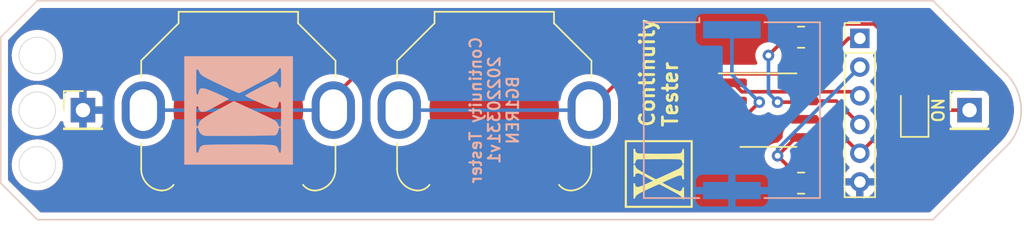
<source format=kicad_pcb>
(kicad_pcb (version 20211014) (generator pcbnew)
  (layers (0 "F.Cu" signal) (31 "B.Cu" signal) (34 "B.Paste" user) (35 "F.Paste" user) (36 "B.SilkS" user "B.Silkscreen") (37 "F.SilkS" user "F.Silkscreen") (38 "B.Mask" user) (39 "F.Mask" user) (44 "Edge.Cuts" user))
  (net 0 "")
  (net 1 "/VCC")
  (net 2 "Net-(BT1-Pad2)")
  (net 3 "GND")
  (net 4 "/BEEP")
  (net 5 "Net-(D1-Pad2)")
  (net 6 "/MISO")
  (net 7 "/MOSI")
  (net 8 "/RST")
  (net 9 "/SCK")
  (footprint "Connector_PinHeader_2.54mm:PinHeader_1x01_P2.54mm_Vertical" (layer "F.Cu") (at 180.34 99.06)
    (fp_text reference "J1" hide)
    (fp_text value "PROBE")
    (fp_line (start -1.33 1.27) (end -1.33 1.33) (layer "F.SilkS") (width 0.12))
    (fp_line (start 1.33 1.27) (end 1.33 1.33) (layer "F.SilkS") (width 0.12))
    (fp_line (start -1.33 0) (end -1.33 -1.33) (layer "F.SilkS") (width 0.12))
    (fp_line (start -1.33 1.27) (end 1.33 1.27) (layer "F.SilkS") (width 0.12))
    (fp_line (start -1.33 -1.33) (end 0 -1.33) (layer "F.SilkS") (width 0.12))
    (fp_line (start -1.33 1.33) (end 1.33 1.33) (layer "F.SilkS") (width 0.12))
    (pad "1" thru_hole rect (at 0 0) (size 1.7 1.7) (drill 1) (layers *.Cu *.Mask) (net 6 "/MISO"))
  )
  (footprint "bg1ren:BatteryHolder_LR44_THT" (layer "F.Cu") (at 129.54 99.06)
    (fp_text reference "BT2" hide)
    (fp_text value "Battery_Cell")
    (fp_line (start 4.15 -6.85) (end 4.15 -6.05) (layer "F.SilkS") (width 0.12))
    (fp_line (start 6.75 2.3) (end 6.75 4.1) (layer "F.SilkS") (width 0.12))
    (fp_line (start -6.75 -3.45) (end -4.15 -6.05) (layer "F.SilkS") (width 0.12))
    (fp_line (start -4.15 -6.05) (end -4.15 -6.85) (layer "F.SilkS") (width 0.12))
    (fp_line (start 6.75 -3.45) (end 6.75 -2.3) (layer "F.SilkS") (width 0.12))
    (fp_line (start -6.75 -2.3) (end -6.75 -3.45) (layer "F.SilkS") (width 0.12))
    (fp_line (start -6.75 2.3) (end -6.75 4.1) (layer "F.SilkS") (width 0.12))
    (fp_line (start 4.15 -6.05) (end 6.75 -3.45) (layer "F.SilkS") (width 0.12))
    (fp_line (start -4.15 -6.85) (end 4.15 -6.85) (layer "F.SilkS") (width 0.12))
    (fp_arc (start -5.3 5.6) (mid -6.346016 5.125305) (end -6.75 4.05) (layer "F.SilkS") (width 0.12))
    (fp_arc (start -4.5 5.2) (mid -4.90584 5.514615) (end -5.414615 5.58416) (layer "F.SilkS") (width 0.12))
    (fp_arc (start 6.75 4.05) (mid 6.346016 5.125305) (end 5.3 5.6) (layer "F.SilkS") (width 0.12))
    (fp_arc (start 5.414615 5.58416) (mid 4.90584 5.514615) (end 4.5 5.2) (layer "F.SilkS") (width 0.12))
    (pad "1" thru_hole oval (at 6.6 0) (size 3 4) (drill oval 1.9 2.9) (layers *.Cu *.Mask) (net 2 "Net-(BT1-Pad2)"))
    (pad "1" thru_hole oval (at -6.6 0) (size 3 4) (drill oval 1.9 2.9) (layers *.Cu *.Mask) (net 2 "Net-(BT1-Pad2)"))
    (pad "2" smd circle (at 0 0) (size 9 9) (layers "F.Cu" "F.Mask") (net 3 "GND"))
  )
  (footprint "bg1ren:BatteryHolder_LR44_THT" (layer "F.Cu") (at 147.32 99.06)
    (fp_text reference "BT1" hide)
    (fp_text value "Battery_Cell")
    (fp_line (start 6.75 2.3) (end 6.75 4.1) (layer "F.SilkS") (width 0.12))
    (fp_line (start -4.15 -6.05) (end -4.15 -6.85) (layer "F.SilkS") (width 0.12))
    (fp_line (start -6.75 2.3) (end -6.75 4.1) (layer "F.SilkS") (width 0.12))
    (fp_line (start 4.15 -6.05) (end 6.75 -3.45) (layer "F.SilkS") (width 0.12))
    (fp_line (start -4.15 -6.85) (end 4.15 -6.85) (layer "F.SilkS") (width 0.12))
    (fp_line (start -6.75 -2.3) (end -6.75 -3.45) (layer "F.SilkS") (width 0.12))
    (fp_line (start -6.75 -3.45) (end -4.15 -6.05) (layer "F.SilkS") (width 0.12))
    (fp_line (start 6.75 -3.45) (end 6.75 -2.3) (layer "F.SilkS") (width 0.12))
    (fp_line (start 4.15 -6.85) (end 4.15 -6.05) (layer "F.SilkS") (width 0.12))
    (fp_arc (start 6.75 4.05) (mid 6.346016 5.125305) (end 5.3 5.6) (layer "F.SilkS") (width 0.12))
    (fp_arc (start -4.5 5.2) (mid -4.90584 5.514615) (end -5.414615 5.58416) (layer "F.SilkS") (width 0.12))
    (fp_arc (start -5.3 5.6) (mid -6.346016 5.125305) (end -6.75 4.05) (layer "F.SilkS") (width 0.12))
    (fp_arc (start 5.414615 5.58416) (mid 4.90584 5.514615) (end 4.5 5.2) (layer "F.SilkS") (width 0.12))
    (pad "1" thru_hole oval (at 6.6 0) (size 3 4) (drill oval 1.9 2.9) (layers *.Cu *.Mask) (net 1 "/VCC"))
    (pad "1" thru_hole oval (at -6.6 0) (size 3 4) (drill oval 1.9 2.9) (layers *.Cu *.Mask) (net 1 "/VCC"))
    (pad "2" smd circle (at 0 0) (size 9 9) (layers "F.Cu" "F.Mask") (net 2 "Net-(BT1-Pad2)"))
  )
  (footprint "Connector_PinHeader_2.54mm:PinHeader_1x01_P2.54mm_Vertical" (layer "F.Cu") (at 118.745 99.06)
    (fp_text reference "J3" hide)
    (fp_text value "GND")
    (fp_line (start -1.33 1.27) (end 1.33 1.27) (layer "F.SilkS") (width 0.12))
    (fp_line (start -1.33 1.27) (end -1.33 1.33) (layer "F.SilkS") (width 0.12))
    (fp_line (start -1.33 1.33) (end 1.33 1.33) (layer "F.SilkS") (width 0.12))
    (fp_line (start 1.33 1.27) (end 1.33 1.33) (layer "F.SilkS") (width 0.12))
    (fp_line (start -1.33 -1.33) (end 0 -1.33) (layer "F.SilkS") (width 0.12))
    (fp_line (start -1.33 0) (end -1.33 -1.33) (layer "F.SilkS") (width 0.12))
    (pad "1" thru_hole rect (at 0 0) (size 1.7 1.7) (drill 1) (layers *.Cu *.Mask) (net 3 "GND"))
  )
  (footprint "Resistor_SMD:R_0805_2012Metric_Pad1.20x1.40mm_HandSolder" (layer "F.Cu") (at 168.64 104.14 180)
    (fp_text reference "R2" hide)
    (fp_text value "51")
    (fp_line (start -0.227064 0.735) (end 0.227064 0.735) (layer "F.SilkS") (width 0.12))
    (fp_line (start -0.227064 -0.735) (end 0.227064 -0.735) (layer "F.SilkS") (width 0.12))
    (pad "1" smd roundrect (at -1 0 180) (size 1.2 1.4) (layers "F.Cu" "F.Paste" "F.Mask") (roundrect_rratio 0.208333) (net 3 "GND"))
    (pad "2" smd roundrect (at 1 0 180) (size 1.2 1.4) (layers "F.Cu" "F.Paste" "F.Mask") (roundrect_rratio 0.208333) (net 7 "/MOSI"))
  )
  (footprint "Resistor_SMD:R_0805_2012Metric_Pad1.20x1.40mm_HandSolder" (layer "F.Cu") (at 168.64 93.98 180)
    (fp_text reference "R1" hide)
    (fp_text value "2.7K")
    (fp_line (start -0.227064 -0.735) (end 0.227064 -0.735) (layer "F.SilkS") (width 0.12))
    (fp_line (start -0.227064 0.735) (end 0.227064 0.735) (layer "F.SilkS") (width 0.12))
    (pad "1" smd roundrect (at -1 0 180) (size 1.2 1.4) (layers "F.Cu" "F.Paste" "F.Mask") (roundrect_rratio 0.208333) (net 5 "Net-(D1-Pad2)"))
    (pad "2" smd roundrect (at 1 0 180) (size 1.2 1.4) (layers "F.Cu" "F.Paste" "F.Mask") (roundrect_rratio 0.208333) (net 9 "/SCK"))
  )
  (footprint "Connector_PinHeader_2.00mm:PinHeader_1x06_P2.00mm_Vertical" (layer "F.Cu") (at 172.72 94.06)
    (fp_text reference "J2" hide)
    (fp_text value "ICSP")
    (fp_line (start -1.06 1) (end -1.06 11.06) (layer "F.SilkS") (width 0.12))
    (fp_line (start 1.06 1) (end 1.06 11.06) (layer "F.SilkS") (width 0.12))
    (fp_line (start -1.06 1) (end 1.06 1) (layer "F.SilkS") (width 0.12))
    (fp_line (start -1.06 0) (end -1.06 -1.06) (layer "F.SilkS") (width 0.12))
    (fp_line (start -1.06 11.06) (end 1.06 11.06) (layer "F.SilkS") (width 0.12))
    (fp_line (start -1.06 -1.06) (end 0 -1.06) (layer "F.SilkS") (width 0.12))
    (pad "1" thru_hole rect (at 0 0) (size 1.35 1.35) (drill 0.8) (layers *.Cu *.Mask) (net 1 "/VCC"))
    (pad "2" thru_hole oval (at 0 2) (size 1.35 1.35) (drill 0.8) (layers *.Cu *.Mask) (net 7 "/MOSI"))
    (pad "3" thru_hole oval (at 0 4) (size 1.35 1.35) (drill 0.8) (layers *.Cu *.Mask) (net 8 "/RST"))
    (pad "4" thru_hole oval (at 0 6) (size 1.35 1.35) (drill 0.8) (layers *.Cu *.Mask) (net 9 "/SCK"))
    (pad "5" thru_hole oval (at 0 8) (size 1.35 1.35) (drill 0.8) (layers *.Cu *.Mask) (net 6 "/MISO"))
    (pad "6" thru_hole oval (at 0 10) (size 1.35 1.35) (drill 0.8) (layers *.Cu *.Mask) (net 3 "GND"))
  )
  (footprint "xi:xi-logo-c-05_05" (layer "F.Cu") (at 158.75 103.505 90)
    (fp_text reference "G***" hide)
    (fp_text value "LOGO" hide)
    (fp_poly (pts (xy -0.646546 -1.697182) (xy -0.652854 -1.657688) (xy -0.680917 -1.641867) (xy -0.724806 -1.639455) (xy -0.79692 -1.626209) (xy -0.857578 -1.595307) (xy -0.889831 -1.561096) (xy -0.908138 -1.518194) (xy -0.911398 -1.461786) (xy -0.898511 -1.387058) (xy -0.868375 -1.289197) (xy -0.819888 -1.163389) (xy -0.75195 -1.00482) (xy -0.691892 -0.871006) (xy -0.630272 -0.735576) (xy -0.575288 -0.615118) (xy -0.529722 -0.515694) (xy -0.496357 -0.443369) (xy -0.477974 -0.404206) (xy -0.475304 -0.398982) (xy -0.463255 -0.416052) (xy -0.433481 -0.467138) (xy -0.389687 -0.545344) (xy -0.335579 -0.643778) (xy -0.274861 -0.755546) (xy -0.211241 -0.873753) (xy -0.148421 -0.991508) (xy -0.090109 -1.101915) (xy -0.040009 -1.198082) (xy -0.001827 -1.273114) (xy 0.020732 -1.320118) (xy 0.0239 -1.327727) (xy 0.049995 -1.436204) (xy 0.042922 -1.527546) (xy 0.005348 -1.595424) (xy -0.060056 -1.633505) (xy -0.107488 -1.639455) (xy -0.160581 -1.644255) (xy -0.181658 -1.665507) (xy -0.184727 -1.697182) (xy -0.184727 -1.754909) (xy 0.646545 -1.754909) (xy 0.646545 -1.700133) (xy 0.638562 -1.6622) (xy 0.606244 -1.641473) (xy 0.559229 -1.631395) (xy 0.480654 -1.603458) (xy 0.402163 -1.542497) (xy 0.319353 -1.444366) (xy 0.248879 -1.339273) (xy 0.215108 -1.282516) (xy 0.16666 -1.197548) (xy 0.106972 -1.090728) (xy 0.039482 -0.968412) (xy -0.032375 -0.836958) (xy -0.105161 -0.702724) (xy -0.175441 -0.572068) (xy -0.239777 -0.451347) (xy -0.294732 -0.346918) (xy -0.336871 -0.26514) (xy -0.362757 -0.21237) (xy -0.369455 -0.195376) (xy -0.360122 -0.170725) (xy -0.333871 -0.109939) (xy -0.293325 -0.018728) (xy -0.241106 0.0972) (xy -0.179838 0.232134) (xy -0.112143 0.380366) (xy -0.040643 0.536185) (xy 0.032038 0.693884) (xy 0.103279 0.847751) (xy 0.170456 0.992079) (xy 0.230946 1.121157) (xy 0.282128 1.229277) (xy 0.321378 1.310728) (xy 0.335509 1.339273) (xy 0.400581 1.455052) (xy 0.465149 1.53635) (xy 0.539134 1.593672) (xy 0.607963 1.627748) (xy 0.669756 1.662383) (xy 0.688826 1.698004) (xy 0.688163 1.703896) (xy 0.682001 1.716702) (xy 0.66535 1.726575) (xy 0.632638 1.733992) (xy 0.578294 1.73943) (xy 0.496745 1.743368) (xy 0.38242 1.746283) (xy 0.229747 1.748654) (xy 0.15556 1.74957) (xy -0.369455 1.755776) (xy -0.369455 1.697615) (xy -0.359815 1.653183) (xy -0.322994 1.639614) (xy -0.315173 1.639454) (xy -0.254118 1.631729) (xy -0.188034 1.614056) (xy -0.128149 1.577911) (xy -0.100246 1.519338) (xy -0.103161 1.433375) (xy -0.12528 1.346642) (xy -0.145372 1.291503) (xy -0.180853 1.202683) (xy -0.228093 1.088583) (xy -0.283464 0.957606) (xy -0.343337 0.818155) (xy -0.404083 0.678632) (xy -0.462075 0.547441) (xy -0.513682 0.432984) (xy -0.555276 0.343663) (xy -0.579523 0.294774) (xy -0.589759 0.277219) (xy -0.600366 0.268556) (xy -0.613896 0.272777) (xy -0.632901 0.293876) (xy -0.659932 0.335843) (xy -0.697541 0.402671) (xy -0.74828 0.498352) (xy -0.8147 0.626879) (xy -0.899353 0.792242) (xy -0.906772 0.806758) (xy -1.004698 1.001059) (xy -1.083907 1.164012) (xy -1.14346 1.293551) (xy -1.182417 1.387608) (xy -1.199837 1.444118) (xy -1.200727 1.452939) (xy -1.179457 1.533485) (xy -1.121766 1.596302) (xy -1.045451 1.62925) (xy -0.97483 1.646464) (xy -0.938477 1.662783) (xy -0.925198 1.685444) (xy -0.923636 1.708002) (xy -0.925469 1.724674) (xy -0.935147 1.736843) (xy -0.958947 1.745215) (xy -1.00314 1.7505) (xy -1.074002 1.753405) (xy -1.177805 1.754638) (xy -1.320824 1.754908) (xy -1.339273 1.754909) (xy -1.754909 1.754909) (xy -1.754909 1.700068) (xy -1.742807 1.656354) (xy -1.69867 1.634173) (xy -1.688578 1.631961) (xy -1.622302 1.604733) (xy -1.554624 1.546991) (xy -1.48183 1.454562) (xy -1.400208 1.323272) (xy -1.376347 1.28093) (xy -1.284066 1.113693) (xy -1.190394 0.942642) (xy -1.097984 0.772745) (xy -1.00949 0.608965) (xy -0.927568 0.456269) (xy -0.854871 0.319621) (xy -0.794053 0.203988) (xy -0.74777 0.114335) (xy -0.718676 0.055626) (xy -0.709373 0.033244) (xy -0.718216 0.005962) (xy -0.743681 -0.056921) (xy -0.783043 -0.149072) (xy -0.833574 -0.264159) (xy -0.892549 -0.39585) (xy -0.923107 -0.463211) (xy -1.039431 -0.716768) (xy -1.139846 -0.931037) (xy -1.22634 -1.109303) (xy -1.300904 -1.254852) (xy -1.365529 -1.370966) (xy -1.422203 -1.46093) (xy -1.472919 -1.52803) (xy -1.519665 -1.575548) (xy -1.564432 -1.60677) (xy -1.609209 -1.62498) (xy -1.630006 -1.629826) (xy -1.685081 -1.646742) (xy -1.706606 -1.676419) (xy -1.708727 -1.699752) (xy -1.708727 -1.754909) (xy -0.646546 -1.754909) (xy -0.646546 -1.697182)) (layer "F.SilkS") (width 0.01) (fill solid))
    (fp_poly (pts (xy 1.754909 -1.700222) (xy 1.747839 -1.6637) (xy 1.718333 -1.643955) (xy 1.661666 -1.633029) (xy 1.558511 -1.608198) (xy 1.49039 -1.561555) (xy 1.448268 -1.485108) (xy 1.43373 -1.431339) (xy 1.428883 -1.385321) (xy 1.424554 -1.298313) (xy 1.420749 -1.175507) (xy 1.417476 -1.022091) (xy 1.41474 -0.843257) (xy 1.41255 -0.644194) (xy 1.410911 -0.430091) (xy 1.40983 -0.20614) (xy 1.409315 0.022469) (xy 1.409373 0.250548) (xy 1.410009 0.472906) (xy 1.411232 0.684352) (xy 1.413047 0.879697) (xy 1.415462 1.053751) (xy 1.418483 1.201323) (xy 1.422118 1.317224) (xy 1.426373 1.396264) (xy 1.429955 1.428124) (xy 1.45511 1.514388) (xy 1.497446 1.570936) (xy 1.567987 1.608667) (xy 1.631834 1.62767) (xy 1.704242 1.651205) (xy 1.740807 1.67888) (xy 1.750742 1.705388) (xy 1.752122 1.721337) (xy 1.747191 1.733431) (xy 1.730418 1.742204) (xy 1.69627 1.748188) (xy 1.639215 1.751918) (xy 1.553719 1.753925) (xy 1.434251 1.754744) (xy 1.275277 1.754908) (xy 1.236969 1.754909) (xy 0.715818 1.754909) (xy 0.715818 1.697182) (xy 0.726725 1.651826) (xy 0.761533 1.639454) (xy 0.811417 1.631056) (xy 0.879522 1.610132) (xy 0.899878 1.602391) (xy 0.966054 1.567448) (xy 1.00283 1.520355) (xy 1.017076 1.481163) (xy 1.02286 1.43798) (xy 1.027599 1.351388) (xy 1.031299 1.220983) (xy 1.033962 1.046366) (xy 1.035595 0.827133) (xy 1.036201 0.562884) (xy 1.035785 0.253215) (xy 1.034593 -0.053965) (xy 1.027545 -1.50493) (xy 0.962853 -1.560564) (xy 0.895138 -1.601963) (xy 0.815643 -1.629203) (xy 0.80699 -1.630778) (xy 0.747026 -1.644918) (xy 0.720823 -1.667737) (xy 0.715818 -1.700133) (xy 0.715818 -1.754909) (xy 1.754909 -1.754909) (xy 1.754909 -1.700222)) (layer "F.SilkS") (width 0.01) (fill solid))
    (fp_poly (pts (xy 2.355273 2.355273) (xy -2.355273 2.355273) (xy -2.355273 -2.216727) (xy -2.216727 -2.216727) (xy -2.216727 2.216727) (xy 2.216727 2.216727) (xy 2.216727 -2.216727) (xy -2.216727 -2.216727) (xy -2.355273 -2.216727) (xy -2.355273 -2.355273) (xy 2.355273 -2.355273) (xy 2.355273 2.355273)) (layer "F.SilkS") (width 0.01) (fill solid))
  )
  (footprint "Package_SO:SOIC-8_3.9x4.9mm_P1.27mm" (layer "F.Cu") (at 166.37 99.06)
    (fp_text reference "U1" hide)
    (fp_text value "ATtiny13A-SS")
    (fp_line (start 0 -2.56) (end 1.95 -2.56) (layer "F.SilkS") (width 0.12))
    (fp_line (start 0 -2.56) (end -3.45 -2.56) (layer "F.SilkS") (width 0.12))
    (fp_line (start 0 2.56) (end 1.95 2.56) (layer "F.SilkS") (width 0.12))
    (fp_line (start 0 2.56) (end -1.95 2.56) (layer "F.SilkS") (width 0.12))
    (pad "1" smd roundrect (at -2.475 -1.905) (size 1.95 0.6) (layers "F.Cu" "F.Paste" "F.Mask") (net 8 "/RST"))
    (pad "2" smd roundrect (at -2.475 -0.635) (size 1.95 0.6) (layers "F.Cu" "F.Paste" "F.Mask"))
    (pad "3" smd roundrect (at -2.475 0.635) (size 1.95 0.6) (layers "F.Cu" "F.Paste" "F.Mask") (net 4 "/BEEP"))
    (pad "4" smd roundrect (at -2.475 1.905) (size 1.95 0.6) (layers "F.Cu" "F.Paste" "F.Mask") (net 3 "GND"))
    (pad "5" smd roundrect (at 2.475 1.905) (size 1.95 0.6) (layers "F.Cu" "F.Paste" "F.Mask") (net 7 "/MOSI"))
    (pad "6" smd roundrect (at 2.475 0.635) (size 1.95 0.6) (layers "F.Cu" "F.Paste" "F.Mask") (net 6 "/MISO"))
    (pad "7" smd roundrect (at 2.475 -0.635) (size 1.95 0.6) (layers "F.Cu" "F.Paste" "F.Mask") (net 9 "/SCK"))
    (pad "8" smd roundrect (at 2.475 -1.905) (size 1.95 0.6) (layers "F.Cu" "F.Paste" "F.Mask") (net 1 "/VCC"))
  )
  (footprint "LED_SMD:LED_0805_2012Metric_Pad1.15x1.40mm_HandSolder" (layer "F.Cu") (at 176.53 99.06 90)
    (fp_text reference "D1" hide)
    (fp_text value "ON" (at 0 1.65 90) (layer "F.SilkS") (effects (font (size 0.8 0.8))))
    (fp_line (start 1 -0.96) (end -1.86 -0.96) (layer "F.SilkS") (width 0.12))
    (fp_line (start -1.86 0.96) (end 1 0.96) (layer "F.SilkS") (width 0.12))
    (fp_line (start -1.86 -0.96) (end -1.86 0.96) (layer "F.SilkS") (width 0.12))
    (pad "1" smd roundrect (at -1.025 0 90) (size 1.15 1.4) (layers "F.Cu" "F.Paste" "F.Mask") (roundrect_rratio 0.217391) (net 3 "GND"))
    (pad "2" smd roundrect (at 1.025 0 90) (size 1.15 1.4) (layers "F.Cu" "F.Paste" "F.Mask") (roundrect_rratio 0.217391) (net 5 "Net-(D1-Pad2)"))
  )
  (footprint "xi:xi-logo-c-inverted-08_08" (layer "B.Cu") (at 129.54 99.06 -90)
    (fp_text reference "G***" hide)
    (fp_text value "LOGO" hide)
    (fp_poly (pts (xy 3.790462 -3.790462) (xy -3.751384 -3.790462) (xy -3.751384 -2.901419) (xy -2.930769 -2.901419) (xy -2.92497 -2.926142) (xy -2.900488 -2.944108) (xy -2.846701 -2.95638) (xy -2.752985 -2.964021) (xy -2.608714 -2.968095) (xy -2.403266 -2.969665) (xy -2.246923 -2.969846) (xy -2.000544 -2.969378) (xy -1.821596 -2.967203) (xy -1.699362 -2.962163) (xy -1.62312 -2.953101) (xy -1.582151 -2.938861) (xy -1.565735 -2.918286) (xy -1.563077 -2.896041) (xy -1.589852 -2.836602) (xy -1.678876 -2.800782) (xy -1.697058 -2.797101) (xy -1.862238 -2.741293) (xy -1.962024 -2.645654) (xy -2.000734 -2.505684) (xy -2.001544 -2.479814) (xy -1.994209 -2.415293) (xy -1.969243 -2.327592) (xy -1.923076 -2.208539) (xy -1.852141 -2.049963) (xy -1.752865 -1.843693) (xy -1.62168 -1.581556) (xy -1.533485 -1.40836) (xy -1.40652 -1.162659) (xy -1.289363 -0.940749) (xy -1.187133 -0.751942) (xy -1.104946 -0.605549) (xy -1.047921 -0.510883) (xy -1.021792 -0.477367) (xy -0.995892 -0.491124) (xy -0.955089 -0.548321) (xy -0.897111 -0.653638) (xy -0.819683 -0.811759) (xy -0.720535 -1.027365) (xy -0.597393 -1.305138) (xy -0.447985 -1.649759) (xy -0.411414 -1.734897) (xy -0.289722 -2.028473) (xy -0.20506 -2.260801) (xy -0.157568 -2.439531) (xy -0.147386 -2.572315) (xy -0.174653 -2.666803) (xy -0.239509 -2.730646) (xy -0.342093 -2.771496) (xy -0.430663 -2.789598) (xy -0.535532 -2.815739) (xy -0.580439 -2.85707) (xy -0.586154 -2.892154) (xy -0.583252 -2.917225) (xy -0.568217 -2.93623) (xy -0.531551 -2.950006) (xy -0.463759 -2.959395) (xy -0.355342 -2.965233) (xy -0.196805 -2.968362) (xy 0.021349 -2.96962) (xy 0.293077 -2.969846) (xy 0.577148 -2.96952) (xy 0.792528 -2.968018) (xy 0.948681 -2.964557) (xy 1.055066 -2.958353) (xy 1.121148 -2.948622) (xy 1.156389 -2.934579) (xy 1.17025 -2.915442) (xy 1.172308 -2.897001) (xy 1.13985 -2.834027) (xy 1.037987 -2.773913) (xy 0.995398 -2.756594) (xy 0.81702 -2.652569) (xy 0.723973 -2.549939) (xy 0.686499 -2.483564) (xy 0.620783 -2.354874) (xy 0.531055 -2.172645) (xy 0.421544 -1.94565) (xy 0.29648 -1.682664) (xy 0.160092 -1.392462) (xy 0.01661 -1.083818) (xy 0.00103 -1.050102) (xy -0.627397 0.310643) (xy -0.113365 1.259244) (xy 0.081318 1.616334) (xy 0.245025 1.910325) (xy 0.38251 2.147628) (xy 0.498526 2.334653) (xy 0.597823 2.47781) (xy 0.685157 2.583511) (xy 0.765278 2.658164) (xy 0.842941 2.708181) (xy 0.922897 2.739973) (xy 0.997612 2.757717) (xy 1.097042 2.790739) (xy 1.132581 2.845361) (xy 1.133179 2.85605) (xy 1.211385 2.85605) (xy 1.231259 2.802912) (xy 1.3022 2.768996) (xy 1.375442 2.753614) (xy 1.558246 2.687227) (xy 1.69175 2.562625) (xy 1.768165 2.38781) (xy 1.776867 2.341199) (xy 1.782306 2.263665) (xy 1.786622 2.119248) (xy 1.789871 1.916183) (xy 1.792107 1.662705) (xy 1.793385 1.367049) (xy 1.79376 1.037449) (xy 1.793287 0.68214) (xy 1.792021 0.309357) (xy 1.790017 -0.072666) (xy 1.78733 -0.455693) (xy 1.784015 -0.831491) (xy 1.780126 -1.191823) (xy 1.77572 -1.528456) (xy 1.77085 -1.833155) (xy 1.765571 -2.097685) (xy 1.75994 -2.313812) (xy 1.75401 -2.4733) (xy 1.747836 -2.567914) (xy 1.743957 -2.590292) (xy 1.664711 -2.675681) (xy 1.525797 -2.747824) (xy 1.356573 -2.794999) (xy 1.253443 -2.826767) (xy 1.213334 -2.87655) (xy 1.211385 -2.896041) (xy 1.215099 -2.91988) (xy 1.232556 -2.937952) (xy 1.273228 -2.951055) (xy 1.346585 -2.959982) (xy 1.462098 -2.965529) (xy 1.62924 -2.968491) (xy 1.85748 -2.969663) (xy 2.090616 -2.969846) (xy 2.374923 -2.969487) (xy 2.590516 -2.967903) (xy 2.746832 -2.964335) (xy 2.853309 -2.958022) (xy 2.919385 -2.948206) (xy 2.954498 -2.934126) (xy 2.968086 -2.915024) (xy 2.969846 -2.89908) (xy 2.945682 -2.847208) (xy 2.864566 -2.804775) (xy 2.778092 -2.779168) (xy 2.651691 -2.735689) (xy 2.549754 -2.681458) (xy 2.519256 -2.655898) (xy 2.490402 -2.610183) (xy 2.465635 -2.538111) (xy 2.444731 -2.434629) (xy 2.42747 -2.294683) (xy 2.413631 -2.11322) (xy 2.402991 -1.885185) (xy 2.395328 -1.605525) (xy 2.390422 -1.269186) (xy 2.388051 -0.871114) (xy 2.387994 -0.406255) (xy 2.390027 0.130443) (xy 2.39082 0.273538) (xy 2.393599 0.735955) (xy 2.396282 1.126733) (xy 2.399134 1.452388) (xy 2.402423 1.719435) (xy 2.406415 1.934387) (xy 2.411375 2.103761) (xy 2.417572 2.234071) (xy 2.42527 2.331831) (xy 2.434736 2.403557) (xy 2.446238 2.455762) (xy 2.46004 2.494964) (xy 2.476411 2.527674) (xy 2.483502 2.54) (xy 2.552245 2.631575) (xy 2.643645 2.690497) (xy 2.766809 2.731268) (xy 2.893593 2.773116) (xy 2.956382 2.816714) (xy 2.969846 2.858268) (xy 2.965824 2.881696) (xy 2.947453 2.899458) (xy 2.905273 2.912336) (xy 2.829826 2.92111) (xy 2.711653 2.926559) (xy 2.541295 2.929463) (xy 2.309295 2.930603) (xy 2.090616 2.930769) (xy 1.806708 2.930471) (xy 1.591475 2.929039) (xy 1.435437 2.925668) (xy 1.329116 2.919552) (xy 1.263034 2.909887) (xy 1.227711 2.895865) (xy 1.213669 2.876683) (xy 1.211385 2.85605) (xy 1.133179 2.85605) (xy 1.133231 2.856964) (xy 1.128971 2.883234) (xy 1.109143 2.902412) (xy 1.063174 2.915609) (xy 0.980491 2.923934) (xy 0.850524 2.928496) (xy 0.662698 2.930404) (xy 0.429846 2.930769) (xy 0.179788 2.930399) (xy -0.002728 2.928503) (xy -0.128312 2.923901) (xy -0.207573 2.915415) (xy -0.251123 2.901866) (xy -0.269572 2.882075) (xy -0.27353 2.854864) (xy -0.273538 2.852615) (xy -0.24634 2.787713) (xy -0.192816 2.774461) (xy -0.081496 2.751634) (xy 0.0283 2.696491) (xy 0.087325 2.641611) (xy 0.111829 2.555754) (xy 0.11351 2.429147) (xy 0.093282 2.295505) (xy 0.076411 2.239698) (xy 0.045348 2.171245) (xy -0.014323 2.05254) (xy -0.096188 1.895356) (xy -0.19383 1.711468) (xy -0.300835 1.512651) (xy -0.410788 1.310679) (xy -0.517273 1.117327) (xy -0.613877 0.94437) (xy -0.694183 0.803581) (xy -0.751777 0.706735) (xy -0.780244 0.665608) (xy -0.781538 0.664967) (xy -0.802619 0.69912) (xy -0.850653 0.794351) (xy -0.920732 0.940374) (xy -1.007952 1.126901) (xy -1.107405 1.343645) (xy -1.149608 1.436709) (xy -1.296598 1.769787) (xy -1.406795 2.040869) (xy -1.480714 2.256633) (xy -1.51887 2.423757) (xy -1.521777 2.548919) (xy -1.489951 2.638798) (xy -1.423907 2.700071) (xy -1.324159 2.739416) (xy -1.251236 2.754792) (xy -1.144534 2.782721) (xy -1.099119 2.825418) (xy -1.094154 2.85605) (xy -1.097664 2.880177) (xy -1.114513 2.898468) (xy -1.154179 2.911729) (xy -1.226142 2.920764) (xy -1.33988 2.92638) (xy -1.504873 2.929382) (xy -1.730597 2.930575) (xy -1.973384 2.930769) (xy -2.257741 2.930404) (xy -2.473378 2.928805) (xy -2.629728 2.925216) (xy -2.736223 2.918883) (xy -2.802297 2.90905) (xy -2.837383 2.894963) (xy -2.850912 2.875865) (xy -2.852615 2.860371) (xy -2.814623 2.795274) (xy -2.69994 2.726224) (xy -2.662227 2.709536) (xy -2.556904 2.657706) (xy -2.475641 2.593808) (xy -2.398803 2.498193) (xy -2.31056 2.357626) (xy -2.258347 2.261873) (xy -2.179461 2.10711) (xy -2.079648 1.90544) (xy -1.964653 1.668965) (xy -1.840224 1.409788) (xy -1.712105 1.140012) (xy -1.586042 0.871739) (xy -1.467783 0.617073) (xy -1.363072 0.388115) (xy -1.277656 0.196969) (xy -1.217281 0.055737) (xy -1.214808 0.049673) (xy -1.20085 0.010757) (xy -1.194954 -0.029114) (xy -1.200745 -0.078438) (xy -1.221851 -0.145715) (xy -1.261896 -0.239444) (xy -1.324508 -0.368122) (xy -1.413314 -0.54025) (xy -1.531938 -0.764326) (xy -1.68167 -1.044481) (xy -1.885617 -1.424283) (xy -2.057444 -1.740939) (xy -2.201081 -2.000647) (xy -2.320455 -2.209605) (xy -2.419495 -2.374012) (xy -2.502127 -2.500066) (xy -2.572281 -2.593965) (xy -2.633884 -2.661908) (xy -2.690864 -2.710093) (xy -2.74715 -2.744718) (xy -2.764692 -2.753486) (xy -2.875862 -2.821416) (xy -2.928422 -2.886875) (xy -2.930769 -2.901419) (xy -3.751384 -2.901419) (xy -3.751384 3.751384) (xy 3.790462 3.751384) (xy 3.790462 -3.790462)) (layer "B.SilkS") (width 0.01) (fill solid))
  )
  (footprint "Buzzer_Beeper:Buzzer_Murata_PKLCS1212E" (layer "B.Cu") (at 163.83 99.06 -90)
    (fp_text reference "BZ1" hide)
    (fp_text value "Buzzer")
    (fp_line (start -6.12 2.26) (end -6.42 2.26) (layer "B.SilkS") (width 0.12))
    (fp_line (start 6.12 -2.26) (end 6.12 -6.12) (layer "B.SilkS") (width 0.12))
    (fp_line (start -6.12 2.26) (end -6.12 6.12) (layer "B.SilkS") (width 0.12))
    (fp_line (start -6.12 -6.12) (end -6.12 -2.26) (layer "B.SilkS") (width 0.12))
    (fp_line (start 6.12 -6.12) (end -6.12 -6.12) (layer "B.SilkS") (width 0.12))
    (fp_line (start 6.12 6.12) (end 6.12 2.26) (layer "B.SilkS") (width 0.12))
    (fp_line (start -6.12 6.12) (end 6.12 6.12) (layer "B.SilkS") (width 0.12))
    (pad "1" smd rect (at -5.6 0 270) (size 1.2 4) (layers "B.Cu" "B.Paste" "B.Mask") (net 4 "/BEEP"))
    (pad "2" smd rect (at 5.6 0 270) (size 1.2 4) (layers "B.Cu" "B.Paste" "B.Mask") (net 3 "GND"))
  )
  (gr_arc (start 182.88 96.52) (mid 183.932102 99.06) (end 182.88 101.6) (layer "B.SilkS") (width 0.1))
  (gr_line (start 177.8 91.44) (end 182.88 96.52) (layer "B.SilkS") (width 0.1))
  (gr_line (start 113.03 104.14) (end 113.03 93.98) (layer "B.SilkS") (width 0.1))
  (gr_line (start 177.8 106.68) (end 115.57 106.68) (layer "B.SilkS") (width 0.1))
  (gr_line (start 115.57 106.68) (end 113.03 104.14) (layer "B.SilkS") (width 0.1))
  (gr_line (start 182.88 101.6) (end 177.8 106.68) (layer "B.SilkS") (width 0.1))
  (gr_line (start 113.03 93.98) (end 115.57 91.44) (layer "B.SilkS") (width 0.1))
  (gr_line (start 115.57 91.44) (end 177.8 91.44) (layer "B.SilkS") (width 0.1))
  (gr_circle (center 115.57 99.06) (end 116.84 99.06) (layer "Edge.Cuts") (width 0.05) (fill none))
  (gr_line (start 115.57 106.68) (end 113.03 104.14) (layer "Edge.Cuts") (width 0.05))
  (gr_circle (center 115.57 102.87) (end 116.84 102.87) (layer "Edge.Cuts") (width 0.05) (fill none))
  (gr_line (start 113.03 104.14) (end 113.03 93.98) (layer "Edge.Cuts") (width 0.05))
  (gr_line (start 113.03 93.98) (end 115.57 91.44) (layer "Edge.Cuts") (width 0.05))
  (gr_line (start 115.57 91.44) (end 177.8 91.44) (layer "Edge.Cuts") (width 0.05))
  (gr_arc (start 182.88 96.52) (mid 183.932102 99.06) (end 182.88 101.6) (layer "Edge.Cuts") (width 0.05))
  (gr_line (start 177.8 91.44) (end 182.88 96.52) (layer "Edge.Cuts") (width 0.05))
  (gr_line (start 177.8 106.68) (end 115.57 106.68) (layer "Edge.Cuts") (width 0.05))
  (gr_circle (center 115.57 95.25) (end 116.84 95.25) (layer "Edge.Cuts") (width 0.05) (fill none))
  (gr_line (start 182.88 101.6) (end 177.8 106.68) (layer "Edge.Cuts") (width 0.05))
  (gr_text "Continuity Tester\n20220331v1\nBG1REN" (at 147.32 99.06 90) (layer "B.SilkS") (effects (font (size 0.8 0.8)) (justify mirror)))
  (gr_text "Continuity\nTester" (at 158.75 100.33 90) (layer "F.SilkS") (effects (font (size 1 1) (thickness 0.2)) (justify left)))
  (segment (start 172.72 94.06) (end 171.94 94.06) (width 0.25) (layer "F.Cu") (net 1))
  (segment (start 171.94 94.06) (end 168.845 97.155) (width 0.25) (layer "F.Cu") (net 1))
  (segment (start 156.44952 96.53048) (end 153.92 99.06) (width 0.25) (layer "F.Cu") (net 1))
  (segment (start 168.22048 96.53048) (end 156.44952 96.53048) (width 0.25) (layer "F.Cu") (net 1))
  (segment (start 168.845 97.155) (end 168.22048 96.53048) (width 0.25) (layer "F.Cu") (net 1))
  (segment (start 153.92 99.06) (end 140.72 99.06) (width 0.25) (layer "B.Cu") (net 1))
  (segment (start 136.14 98.175) (end 139.7 94.615) (width 0.25) (layer "F.Cu") (net 2))
  (segment (start 136.14 99.06) (end 136.14 98.175) (width 0.25) (layer "F.Cu") (net 2))
  (segment (start 139.7 94.615) (end 142.875 94.615) (width 0.25) (layer "F.Cu") (net 2))
  (segment (start 142.875 94.615) (end 147.32 99.06) (width 0.25) (layer "F.Cu") (net 2))
  (segment (start 136.14 99.06) (end 122.94 99.06) (width 0.25) (layer "B.Cu") (net 2))
  (segment (start 164.54402 99.695) (end 163.895 99.695) (width 0.25) (layer "F.Cu") (net 4))
  (segment (start 165.735 98.50402) (end 164.54402 99.695) (width 0.25) (layer "F.Cu") (net 4))
  (via (at 165.735 98.50402) (size 0.8) (drill 0.4) (layers "F.Cu" "B.Cu") (net 4))
  (segment (start 163.83 93.46) (end 163.83 96.59902) (width 0.25) (layer "B.Cu") (net 4))
  (segment (start 163.83 96.59902) (end 165.735 98.50402) (width 0.25) (layer "B.Cu") (net 4))
  (segment (start 176.53 98.035) (end 176.53 95.870978) (width 0.25) (layer "F.Cu") (net 5))
  (segment (start 173.719511 93.060489) (end 170.559511 93.060489) (width 0.25) (layer "F.Cu") (net 5))
  (segment (start 176.53 95.870978) (end 173.719511 93.060489) (width 0.25) (layer "F.Cu") (net 5))
  (segment (start 170.559511 93.060489) (end 169.64 93.98) (width 0.25) (layer "F.Cu") (net 5))
  (segment (start 168.845 99.695) (end 170.355 99.695) (width 0.25) (layer "F.Cu") (net 6))
  (segment (start 170.355 99.695) (end 172.72 102.06) (width 0.25) (layer "F.Cu") (net 6))
  (segment (start 180.34 99.06) (end 175.72 99.06) (width 0.25) (layer "F.Cu") (net 6))
  (segment (start 175.72 99.06) (end 172.72 102.06) (width 0.25) (layer "F.Cu") (net 6))
  (segment (start 168.845 100.965) (end 168.275 100.965) (width 0.25) (layer "F.Cu") (net 7))
  (segment (start 167.64 104.14) (end 167.64 102.87) (width 0.25) (layer "F.Cu") (net 7))
  (segment (start 167.64 102.87) (end 167.005 102.235) (width 0.25) (layer "F.Cu") (net 7))
  (segment (start 168.275 100.965) (end 167.005 102.235) (width 0.25) (layer "F.Cu") (net 7))
  (via (at 167.005 102.235) (size 0.8) (drill 0.4) (layers "F.Cu" "B.Cu") (net 7))
  (segment (start 167.005 102.235) (end 167.005 101.775) (width 0.25) (layer "B.Cu") (net 7))
  (segment (start 167.005 101.775) (end 172.72 96.06) (width 0.25) (layer "B.Cu") (net 7))
  (segment (start 172.43952 97.77952) (end 172.72 98.06) (width 0.25) (layer "F.Cu") (net 8))
  (segment (start 164.51952 97.77952) (end 172.43952 97.77952) (width 0.25) (layer "F.Cu") (net 8))
  (segment (start 163.895 97.155) (end 164.51952 97.77952) (width 0.25) (layer "F.Cu") (net 8))
  (segment (start 167.005 98.50402) (end 168.76598 98.50402) (width 0.25) (layer "F.Cu") (net 9))
  (segment (start 171.085 98.425) (end 172.72 100.06) (width 0.25) (layer "F.Cu") (net 9))
  (segment (start 168.845 98.425) (end 171.085 98.425) (width 0.25) (layer "F.Cu") (net 9))
  (segment (start 168.76598 98.50402) (end 168.845 98.425) (width 0.25) (layer "F.Cu") (net 9))
  (segment (start 167.64 93.98) (end 166.37 95.25) (width 0.25) (layer "F.Cu") (net 9))
  (via (at 167.005 98.50402) (size 0.8) (drill 0.4) (layers "F.Cu" "B.Cu") (net 9))
  (via (at 166.37 95.25) (size 0.8) (drill 0.4) (layers "F.Cu" "B.Cu") (net 9))
  (segment (start 166.37 95.25) (end 166.37 97.86902) (width 0.25) (layer "B.Cu") (net 9))
  (segment (start 166.37 97.86902) (end 167.005 98.50402) (width 0.25) (layer "B.Cu") (net 9))
  (zone (net 3) (net_name "GND") (layers F&B.Cu) (connect_pads (clearance 0.508)) (min_thickness 0.254) (fill yes (thermal_gap 0.508) (thermal_bridge_width 0.508))
    (polygon (pts (xy 184.15 106.68) (xy 113.03 106.68) (xy 113.03 91.44) (xy 184.15 91.44)))
  )
)
</source>
